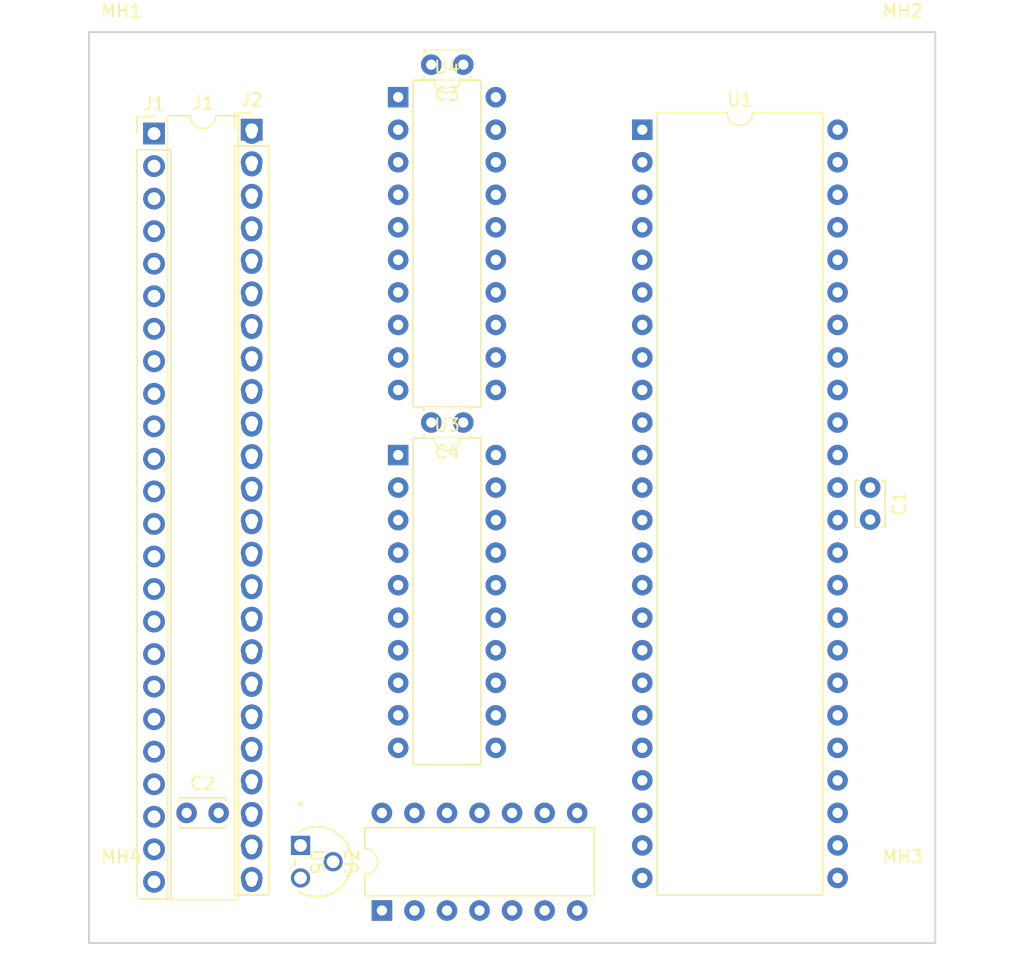
<source format=kicad_pcb>
(kicad_pcb (version 20221018) (generator pcbnew)
  (title_block (title "BionicMC68008") (company "Tadashi G. Takaoka"))
  (layers (0 "F.Cu" signal) (31 "B.Cu" signal) (34 "B.Paste" user) (35 "F.Paste" user) (36 "B.SilkS" user "B.Silkscreen") (37 "F.SilkS" user "F.Silkscreen") (38 "B.Mask" user) (39 "F.Mask" user) (44 "Edge.Cuts" user))
  (net 0 "")
  (net 1 "VCC")
  (net 2 "GND")
  (net 3 "/P46")
  (net 4 "/P34")
  (net 5 "/P35")
  (net 6 "/P36")
  (net 9 "/P33")
  (net 10 "/P32")
  (net 11 "/P31")
  (net 12 "/P30")
  (net 13 "/P55")
  (net 14 "/P37")
  (net 15 "/P54")
  (net 20 "Net-(U1-A8)")
  (net 21 "Net-(U1-A9)")
  (net 22 "Net-(U1-A10)")
  (net 23 "Net-(U1-A11)")
  (net 24 "Net-(U1-A12)")
  (net 25 "Net-(U1-A13)")
  (net 26 "Net-(U1-A14)")
  (net 27 "Net-(U1-A15)")
  (net 28 "Net-(U1-A16)")
  (net 29 "Net-(U1-A17)")
  (net 30 "Net-(U1-A18)")
  (net 31 "Net-(U1-A19)")
  (net 32 "Net-(U1-CLK)")
  (net 34 "/P50")
  (net 35 "/P53")
  (net 37 "/P51")
  (net 38 "/P52")
  (net 39 "Net-(U1-FC2)")
  (net 40 "/P47")
  (net 41 "Net-(U1-FC1)")
  (net 42 "Net-(U1-FC0)")
  (net 43 "/P20")
  (net 44 "/P21")
  (net 45 "/P22")
  (net 46 "/P23")
  (net 47 "/P24")
  (net 48 "/P25")
  (net 50 "/P26")
  (net 51 "/P17")
  (net 52 "/P27")
  (net 53 "/P16")
  (net 55 "/P15")
  (net 56 "/P40")
  (net 57 "/P14")
  (net 58 "/P41")
  (net 59 "/P13")
  (net 60 "/P42")
  (net 61 "/P12")
  (net 62 "/P43")
  (net 63 "/P11")
  (net 64 "/P44")
  (net 65 "/P10")
  (net 66 "/P45")
  (net 70 "Net-(J2-P57)")
  (footprint "MountingHole:MountingHole_3.2mm_M3" (layer "F.Cu") (at 101 70)
    (fp_text reference "MH1" (at 0 -4.2) (layer "F.SilkS"))
    (fp_text value "MountingHole_3.2mm_M3")
    (pad "" np_thru_hole circle (at 0 0) (size 3.2 3.2) (drill 3.2) (layers "*.Cu" "*.Mask"))
  )
  (footprint "MountingHole:MountingHole_3.2mm_M3" (layer "F.Cu") (at 161.96 70)
    (fp_text reference "MH2" (at 0 -4.2) (layer "F.SilkS"))
    (fp_text value "MountingHole_3.2mm_M3")
    (pad "" np_thru_hole circle (at 0 0) (size 3.2 3.2) (drill 3.2) (layers "*.Cu" "*.Mask"))
  )
  (footprint "MountingHole:MountingHole_3.2mm_M3" (layer "F.Cu") (at 161.96 136.04)
    (fp_text reference "MH3" (at 0 -4.2) (layer "F.SilkS"))
    (fp_text value "MountingHole_3.2mm_M3")
    (pad "" np_thru_hole circle (at 0 0) (size 3.2 3.2) (drill 3.2) (layers "*.Cu" "*.Mask"))
  )
  (footprint "MountingHole:MountingHole_3.2mm_M3" (layer "F.Cu") (at 101 136.04)
    (fp_text reference "MH4" (at 0 -4.2) (layer "F.SilkS"))
    (fp_text value "MountingHole_3.2mm_M3")
    (pad "" np_thru_hole circle (at 0 0) (size 3.2 3.2) (drill 3.2) (layers "*.Cu" "*.Mask"))
  )
  (footprint "Capacitor_THT:C_Disc_D3.4mm_W2.1mm_P2.50mm" (layer "F.Cu") (at 159.42 103.02 -90)
    (fp_text reference "C1" (at 1.25 -2.3 90) (layer "F.SilkS"))
    (fp_text value "0.1u")
    (fp_line (start -0.57 -1.17) (end -0.57 -0.925) (stroke (width 0.12)) (layer "F.SilkS"))
    (fp_line (start -0.57 -1.17) (end 3.07 -1.17) (stroke (width 0.12)) (layer "F.SilkS"))
    (fp_line (start -0.57 0.925) (end -0.57 1.17) (stroke (width 0.12)) (layer "F.SilkS"))
    (fp_line (start -0.57 1.17) (end 3.07 1.17) (stroke (width 0.12)) (layer "F.SilkS"))
    (fp_line (start 3.07 -1.17) (end 3.07 -0.925) (stroke (width 0.12)) (layer "F.SilkS"))
    (fp_line (start 3.07 0.925) (end 3.07 1.17) (stroke (width 0.12)) (layer "F.SilkS"))
    (pad "1" thru_hole circle (at 0 0 270) (size 1.6 1.6) (drill 0.8) (layers "*.Cu" "*.Mask") (net 1 "VCC"))
    (pad "2" thru_hole circle (at 2.5 0 270) (size 1.6 1.6) (drill 0.8) (layers "*.Cu" "*.Mask") (net 2 "GND"))
  )
  (footprint "Capacitor_THT:C_Disc_D3.4mm_W2.1mm_P2.50mm" (layer "F.Cu") (at 127.67 70 180)
    (fp_text reference "C3" (at 1.25 -2.3) (layer "F.SilkS"))
    (fp_text value "0.1u")
    (fp_line (start -0.57 -1.17) (end -0.57 -0.925) (stroke (width 0.12)) (layer "F.SilkS"))
    (fp_line (start -0.57 -1.17) (end 3.07 -1.17) (stroke (width 0.12)) (layer "F.SilkS"))
    (fp_line (start -0.57 0.925) (end -0.57 1.17) (stroke (width 0.12)) (layer "F.SilkS"))
    (fp_line (start -0.57 1.17) (end 3.07 1.17) (stroke (width 0.12)) (layer "F.SilkS"))
    (fp_line (start 3.07 -1.17) (end 3.07 -0.925) (stroke (width 0.12)) (layer "F.SilkS"))
    (fp_line (start 3.07 0.925) (end 3.07 1.17) (stroke (width 0.12)) (layer "F.SilkS"))
    (pad "1" thru_hole circle (at 0 0 180) (size 1.6 1.6) (drill 0.8) (layers "*.Cu" "*.Mask") (net 1 "VCC"))
    (pad "2" thru_hole circle (at 2.5 0 180) (size 1.6 1.6) (drill 0.8) (layers "*.Cu" "*.Mask") (net 2 "GND"))
  )
  (footprint "Package_DIP:DIP-14_W7.62mm" (layer "F.Cu") (at 121.32 136.04 90)
    (fp_text reference "U2" (at 3.81 -2.33 90) (layer "F.SilkS"))
    (fp_text value "74HCT126")
    (fp_line (start 1.16 -1.33) (end 1.16 16.57) (stroke (width 0.12)) (layer "F.SilkS"))
    (fp_line (start 1.16 16.57) (end 6.46 16.57) (stroke (width 0.12)) (layer "F.SilkS"))
    (fp_line (start 2.81 -1.33) (end 1.16 -1.33) (stroke (width 0.12)) (layer "F.SilkS"))
    (fp_line (start 6.46 -1.33) (end 4.81 -1.33) (stroke (width 0.12)) (layer "F.SilkS"))
    (fp_line (start 6.46 16.57) (end 6.46 -1.33) (stroke (width 0.12)) (layer "F.SilkS"))
    (fp_arc (start 4.81 -1.33) (mid 3.81 -0.33) (end 2.81 -1.33) (stroke (width 0.12)) (layer "F.SilkS"))
    (pad "1" thru_hole rect (at 0 0 90) (size 1.6 1.6) (drill 0.8) (layers "*.Cu" "*.Mask") (net 1 "VCC"))
    (pad "2" thru_hole oval (at 0 2.54 90) (size 1.6 1.6) (drill 0.8) (layers "*.Cu" "*.Mask") (net 3 "/P46"))
    (pad "3" thru_hole oval (at 0 5.08 90) (size 1.6 1.6) (drill 0.8) (layers "*.Cu" "*.Mask") (net 32 "Net-(U1-CLK)"))
    (pad "4" thru_hole oval (at 0 7.62 90) (size 1.6 1.6) (drill 0.8) (layers "*.Cu" "*.Mask") (net 2 "GND"))
    (pad "5" thru_hole oval (at 0 10.16 90) (size 1.6 1.6) (drill 0.8) (layers "*.Cu" "*.Mask") (net 2 "GND"))
    (pad "6" thru_hole oval (at 0 12.7 90) (size 1.6 1.6) (drill 0.8) (layers "*.Cu" "*.Mask"))
    (pad "7" thru_hole oval (at 0 15.24 90) (size 1.6 1.6) (drill 0.8) (layers "*.Cu" "*.Mask") (net 2 "GND"))
    (pad "8" thru_hole oval (at 7.62 15.24 90) (size 1.6 1.6) (drill 0.8) (layers "*.Cu" "*.Mask"))
    (pad "9" thru_hole oval (at 7.62 12.7 90) (size 1.6 1.6) (drill 0.8) (layers "*.Cu" "*.Mask") (net 2 "GND"))
    (pad "10" thru_hole oval (at 7.62 10.16 90) (size 1.6 1.6) (drill 0.8) (layers "*.Cu" "*.Mask") (net 2 "GND"))
    (pad "11" thru_hole oval (at 7.62 7.62 90) (size 1.6 1.6) (drill 0.8) (layers "*.Cu" "*.Mask"))
    (pad "12" thru_hole oval (at 7.62 5.08 90) (size 1.6 1.6) (drill 0.8) (layers "*.Cu" "*.Mask") (net 2 "GND"))
    (pad "13" thru_hole oval (at 7.62 2.54 90) (size 1.6 1.6) (drill 0.8) (layers "*.Cu" "*.Mask") (net 2 "GND"))
    (pad "14" thru_hole oval (at 7.62 0 90) (size 1.6 1.6) (drill 0.8) (layers "*.Cu" "*.Mask") (net 1 "VCC"))
  )
  (footprint "Package_DIP:DIP-20_W7.62mm" (layer "F.Cu") (at 122.59 72.54)
    (fp_text reference "U4" (at 3.81 -2.33) (layer "F.SilkS"))
    (fp_text value "74HCT541")
    (fp_line (start 1.16 -1.33) (end 1.16 24.19) (stroke (width 0.12)) (layer "F.SilkS"))
    (fp_line (start 1.16 24.19) (end 6.46 24.19) (stroke (width 0.12)) (layer "F.SilkS"))
    (fp_line (start 2.81 -1.33) (end 1.16 -1.33) (stroke (width 0.12)) (layer "F.SilkS"))
    (fp_line (start 6.46 -1.33) (end 4.81 -1.33) (stroke (width 0.12)) (layer "F.SilkS"))
    (fp_line (start 6.46 24.19) (end 6.46 -1.33) (stroke (width 0.12)) (layer "F.SilkS"))
    (fp_arc (start 4.81 -1.33) (mid 3.81 -0.33) (end 2.81 -1.33) (stroke (width 0.12)) (layer "F.SilkS"))
    (pad "1" thru_hole rect (at 0 0) (size 1.6 1.6) (drill 0.8) (layers "*.Cu" "*.Mask") (net 15 "/P54"))
    (pad "2" thru_hole oval (at 0 2.54) (size 1.6 1.6) (drill 0.8) (layers "*.Cu" "*.Mask") (net 20 "Net-(U1-A8)"))
    (pad "3" thru_hole oval (at 0 5.08) (size 1.6 1.6) (drill 0.8) (layers "*.Cu" "*.Mask") (net 21 "Net-(U1-A9)"))
    (pad "4" thru_hole oval (at 0 7.62) (size 1.6 1.6) (drill 0.8) (layers "*.Cu" "*.Mask") (net 22 "Net-(U1-A10)"))
    (pad "5" thru_hole oval (at 0 10.16) (size 1.6 1.6) (drill 0.8) (layers "*.Cu" "*.Mask") (net 23 "Net-(U1-A11)"))
    (pad "6" thru_hole oval (at 0 12.7) (size 1.6 1.6) (drill 0.8) (layers "*.Cu" "*.Mask") (net 24 "Net-(U1-A12)"))
    (pad "7" thru_hole oval (at 0 15.24) (size 1.6 1.6) (drill 0.8) (layers "*.Cu" "*.Mask") (net 25 "Net-(U1-A13)"))
    (pad "8" thru_hole oval (at 0 17.78) (size 1.6 1.6) (drill 0.8) (layers "*.Cu" "*.Mask") (net 26 "Net-(U1-A14)"))
    (pad "9" thru_hole oval (at 0 20.32) (size 1.6 1.6) (drill 0.8) (layers "*.Cu" "*.Mask") (net 27 "Net-(U1-A15)"))
    (pad "10" thru_hole oval (at 0 22.86) (size 1.6 1.6) (drill 0.8) (layers "*.Cu" "*.Mask") (net 2 "GND"))
    (pad "11" thru_hole oval (at 7.62 22.86) (size 1.6 1.6) (drill 0.8) (layers "*.Cu" "*.Mask") (net 14 "/P37"))
    (pad "12" thru_hole oval (at 7.62 20.32) (size 1.6 1.6) (drill 0.8) (layers "*.Cu" "*.Mask") (net 6 "/P36"))
    (pad "13" thru_hole oval (at 7.62 17.78) (size 1.6 1.6) (drill 0.8) (layers "*.Cu" "*.Mask") (net 5 "/P35"))
    (pad "14" thru_hole oval (at 7.62 15.24) (size 1.6 1.6) (drill 0.8) (layers "*.Cu" "*.Mask") (net 4 "/P34"))
    (pad "15" thru_hole oval (at 7.62 12.7) (size 1.6 1.6) (drill 0.8) (layers "*.Cu" "*.Mask") (net 9 "/P33"))
    (pad "16" thru_hole oval (at 7.62 10.16) (size 1.6 1.6) (drill 0.8) (layers "*.Cu" "*.Mask") (net 10 "/P32"))
    (pad "17" thru_hole oval (at 7.62 7.62) (size 1.6 1.6) (drill 0.8) (layers "*.Cu" "*.Mask") (net 11 "/P31"))
    (pad "18" thru_hole oval (at 7.62 5.08) (size 1.6 1.6) (drill 0.8) (layers "*.Cu" "*.Mask") (net 12 "/P30"))
    (pad "19" thru_hole oval (at 7.62 2.54) (size 1.6 1.6) (drill 0.8) (layers "*.Cu" "*.Mask") (net 15 "/P54"))
    (pad "20" thru_hole oval (at 7.62 0) (size 1.6 1.6) (drill 0.8) (layers "*.Cu" "*.Mask") (net 1 "VCC"))
  )
  (footprint "Package_DIP:DIP-20_W7.62mm" (layer "F.Cu") (at 122.59 100.48)
    (fp_text reference "U3" (at 3.81 -2.33) (layer "F.SilkS"))
    (fp_text value "74HCT541")
    (fp_line (start 1.16 -1.33) (end 1.16 24.19) (stroke (width 0.12)) (layer "F.SilkS"))
    (fp_line (start 1.16 24.19) (end 6.46 24.19) (stroke (width 0.12)) (layer "F.SilkS"))
    (fp_line (start 2.81 -1.33) (end 1.16 -1.33) (stroke (width 0.12)) (layer "F.SilkS"))
    (fp_line (start 6.46 -1.33) (end 4.81 -1.33) (stroke (width 0.12)) (layer "F.SilkS"))
    (fp_line (start 6.46 24.19) (end 6.46 -1.33) (stroke (width 0.12)) (layer "F.SilkS"))
    (fp_arc (start 4.81 -1.33) (mid 3.81 -0.33) (end 2.81 -1.33) (stroke (width 0.12)) (layer "F.SilkS"))
    (pad "1" thru_hole rect (at 0 0) (size 1.6 1.6) (drill 0.8) (layers "*.Cu" "*.Mask") (net 13 "/P55"))
    (pad "2" thru_hole oval (at 0 2.54) (size 1.6 1.6) (drill 0.8) (layers "*.Cu" "*.Mask") (net 28 "Net-(U1-A16)"))
    (pad "3" thru_hole oval (at 0 5.08) (size 1.6 1.6) (drill 0.8) (layers "*.Cu" "*.Mask") (net 29 "Net-(U1-A17)"))
    (pad "4" thru_hole oval (at 0 7.62) (size 1.6 1.6) (drill 0.8) (layers "*.Cu" "*.Mask") (net 30 "Net-(U1-A18)"))
    (pad "5" thru_hole oval (at 0 10.16) (size 1.6 1.6) (drill 0.8) (layers "*.Cu" "*.Mask") (net 31 "Net-(U1-A19)"))
    (pad "6" thru_hole oval (at 0 12.7) (size 1.6 1.6) (drill 0.8) (layers "*.Cu" "*.Mask") (net 42 "Net-(U1-FC0)"))
    (pad "7" thru_hole oval (at 0 15.24) (size 1.6 1.6) (drill 0.8) (layers "*.Cu" "*.Mask") (net 41 "Net-(U1-FC1)"))
    (pad "8" thru_hole oval (at 0 17.78) (size 1.6 1.6) (drill 0.8) (layers "*.Cu" "*.Mask") (net 39 "Net-(U1-FC2)"))
    (pad "9" thru_hole oval (at 0 20.32) (size 1.6 1.6) (drill 0.8) (layers "*.Cu" "*.Mask") (net 2 "GND"))
    (pad "10" thru_hole oval (at 0 22.86) (size 1.6 1.6) (drill 0.8) (layers "*.Cu" "*.Mask") (net 2 "GND"))
    (pad "11" thru_hole oval (at 7.62 22.86) (size 1.6 1.6) (drill 0.8) (layers "*.Cu" "*.Mask"))
    (pad "12" thru_hole oval (at 7.62 20.32) (size 1.6 1.6) (drill 0.8) (layers "*.Cu" "*.Mask") (net 6 "/P36"))
    (pad "13" thru_hole oval (at 7.62 17.78) (size 1.6 1.6) (drill 0.8) (layers "*.Cu" "*.Mask") (net 5 "/P35"))
    (pad "14" thru_hole oval (at 7.62 15.24) (size 1.6 1.6) (drill 0.8) (layers "*.Cu" "*.Mask") (net 4 "/P34"))
    (pad "15" thru_hole oval (at 7.62 12.7) (size 1.6 1.6) (drill 0.8) (layers "*.Cu" "*.Mask") (net 9 "/P33"))
    (pad "16" thru_hole oval (at 7.62 10.16) (size 1.6 1.6) (drill 0.8) (layers "*.Cu" "*.Mask") (net 10 "/P32"))
    (pad "17" thru_hole oval (at 7.62 7.62) (size 1.6 1.6) (drill 0.8) (layers "*.Cu" "*.Mask") (net 11 "/P31"))
    (pad "18" thru_hole oval (at 7.62 5.08) (size 1.6 1.6) (drill 0.8) (layers "*.Cu" "*.Mask") (net 12 "/P30"))
    (pad "19" thru_hole oval (at 7.62 2.54) (size 1.6 1.6) (drill 0.8) (layers "*.Cu" "*.Mask") (net 13 "/P55"))
    (pad "20" thru_hole oval (at 7.62 0) (size 1.6 1.6) (drill 0.8) (layers "*.Cu" "*.Mask") (net 1 "VCC"))
  )
  (footprint "Capacitor_THT:C_Disc_D3.4mm_W2.1mm_P2.50mm" (layer "F.Cu") (at 127.67 97.94 180)
    (fp_text reference "C4" (at 1.25 -2.3) (layer "F.SilkS"))
    (fp_text value "0.1u")
    (fp_line (start -0.57 -1.17) (end -0.57 -0.925) (stroke (width 0.12)) (layer "F.SilkS"))
    (fp_line (start -0.57 -1.17) (end 3.07 -1.17) (stroke (width 0.12)) (layer "F.SilkS"))
    (fp_line (start -0.57 0.925) (end -0.57 1.17) (stroke (width 0.12)) (layer "F.SilkS"))
    (fp_line (start -0.57 1.17) (end 3.07 1.17) (stroke (width 0.12)) (layer "F.SilkS"))
    (fp_line (start 3.07 -1.17) (end 3.07 -0.925) (stroke (width 0.12)) (layer "F.SilkS"))
    (fp_line (start 3.07 0.925) (end 3.07 1.17) (stroke (width 0.12)) (layer "F.SilkS"))
    (pad "1" thru_hole circle (at 0 0 180) (size 1.6 1.6) (drill 0.8) (layers "*.Cu" "*.Mask") (net 1 "VCC"))
    (pad "2" thru_hole circle (at 2.5 0 180) (size 1.6 1.6) (drill 0.8) (layers "*.Cu" "*.Mask") (net 2 "GND"))
  )
  (footprint "Capacitor_THT:C_Disc_D3.4mm_W2.1mm_P2.50mm" (layer "F.Cu") (at 106.08 128.42)
    (fp_text reference "C2" (at 1.25 -2.3) (layer "F.SilkS"))
    (fp_text value "0.1u")
    (fp_line (start -0.57 -1.17) (end -0.57 -0.925) (stroke (width 0.12)) (layer "F.SilkS"))
    (fp_line (start -0.57 -1.17) (end 3.07 -1.17) (stroke (width 0.12)) (layer "F.SilkS"))
    (fp_line (start -0.57 0.925) (end -0.57 1.17) (stroke (width 0.12)) (layer "F.SilkS"))
    (fp_line (start -0.57 1.17) (end 3.07 1.17) (stroke (width 0.12)) (layer "F.SilkS"))
    (fp_line (start 3.07 -1.17) (end 3.07 -0.925) (stroke (width 0.12)) (layer "F.SilkS"))
    (fp_line (start 3.07 0.925) (end 3.07 1.17) (stroke (width 0.12)) (layer "F.SilkS"))
    (pad "1" thru_hole circle (at 0 0) (size 1.6 1.6) (drill 0.8) (layers "*.Cu" "*.Mask") (net 1 "VCC"))
    (pad "2" thru_hole circle (at 2.5 0) (size 1.6 1.6) (drill 0.8) (layers "*.Cu" "*.Mask") (net 2 "GND"))
  )
  (footprint "0-LocalLibrary:DIP-48_W7.62mm" (layer "F.Cu") (at 103.54 75.38)
    (fp_text reference "J1" (at 3.81 -2.39) (layer "F.SilkS"))
    (fp_text value "BionicConnector")
    (fp_line (start 1.04 -1.39) (end 1.04 39.49) (stroke (width 0.12)) (layer "F.SilkS"))
    (fp_line (start 1.04 18.93) (end 1.04 59.81) (stroke (width 0.12)) (layer "F.SilkS"))
    (fp_line (start 1.04 59.81) (end 6.58 59.81) (stroke (width 0.12)) (layer "F.SilkS"))
    (fp_line (start 2.81 -1.39) (end 1.04 -1.39) (stroke (width 0.12)) (layer "F.SilkS"))
    (fp_line (start 6.58 -1.39) (end 4.81 -1.39) (stroke (width 0.12)) (layer "F.SilkS"))
    (fp_line (start 6.58 39.49) (end 6.58 -1.39) (stroke (width 0.12)) (layer "F.SilkS"))
    (fp_line (start 6.58 59.81) (end 6.58 18.93) (stroke (width 0.12)) (layer "F.SilkS"))
    (fp_arc (start 4.81 -1.39) (mid 3.81 -0.39) (end 2.81 -1.39) (stroke (width 0.12)) (layer "F.SilkS"))
    (pad "1" thru_hole rect (at 0 0) (size 1.6 1.6) (drill 0.8) (layers "*.Cu" "*.Mask") (net 2 "GND"))
    (pad "2" thru_hole oval (at 0 2.54) (size 1.6 1.6) (drill 0.8) (layers "*.Cu" "*.Mask") (net 65 "/P10"))
    (pad "3" thru_hole oval (at 0 5.08) (size 1.6 1.6) (drill 0.8) (layers "*.Cu" "*.Mask") (net 63 "/P11"))
    (pad "4" thru_hole oval (at 0 7.62) (size 1.6 1.6) (drill 0.8) (layers "*.Cu" "*.Mask") (net 61 "/P12"))
    (pad "5" thru_hole oval (at 0 10.16) (size 1.6 1.6) (drill 0.8) (layers "*.Cu" "*.Mask") (net 59 "/P13"))
    (pad "6" thru_hole oval (at 0 12.7) (size 1.6 1.6) (drill 0.8) (layers "*.Cu" "*.Mask") (net 57 "/P14"))
    (pad "7" thru_hole oval (at 0 15.24) (size 1.6 1.6) (drill 0.8) (layers "*.Cu" "*.Mask") (net 55 "/P15"))
    (pad "8" thru_hole oval (at 0 17.78) (size 1.6 1.6) (drill 0.8) (layers "*.Cu" "*.Mask") (net 53 "/P16"))
    (pad "9" thru_hole oval (at 0 20.32) (size 1.6 1.6) (drill 0.8) (layers "*.Cu" "*.Mask") (net 51 "/P17"))
    (pad "10" thru_hole oval (at 0 22.86) (size 1.6 1.6) (drill 0.8) (layers "*.Cu" "*.Mask"))
    (pad "11" thru_hole oval (at 0 25.4) (size 1.6 1.6) (drill 0.8) (layers "*.Cu" "*.Mask") (net 12 "/P30"))
    (pad "12" thru_hole oval (at 0 27.94) (size 1.6 1.6) (drill 0.8) (layers "*.Cu" "*.Mask") (net 11 "/P31"))
    (pad "13" thru_hole oval (at 0 30.48) (size 1.6 1.6) (drill 0.8) (layers "*.Cu" "*.Mask") (net 10 "/P32"))
    (pad "14" thru_hole oval (at 0 33.02) (size 1.6 1.6) (drill 0.8) (layers "*.Cu" "*.Mask") (net 9 "/P33"))
    (pad "15" thru_hole oval (at 0 35.56) (size 1.6 1.6) (drill 0.8) (layers "*.Cu" "*.Mask") (net 4 "/P34"))
    (pad "16" thru_hole oval (at 0 38.1) (size 1.6 1.6) (drill 0.8) (layers "*.Cu" "*.Mask") (net 5 "/P35"))
    (pad "17" thru_hole oval (at 0 40.64) (size 1.6 1.6) (drill 0.8) (layers "*.Cu" "*.Mask") (net 6 "/P36"))
    (pad "18" thru_hole oval (at 0 43.18) (size 1.6 1.6) (drill 0.8) (layers "*.Cu" "*.Mask") (net 14 "/P37"))
    (pad "19" thru_hole oval (at 0 45.72) (size 1.6 1.6) (drill 0.8) (layers "*.Cu" "*.Mask"))
    (pad "20" thru_hole oval (at 0 48.26) (size 1.6 1.6) (drill 0.8) (layers "*.Cu" "*.Mask") (net 34 "/P50"))
    (pad "21" thru_hole oval (at 0 50.8) (size 1.6 1.6) (drill 0.8) (layers "*.Cu" "*.Mask") (net 37 "/P51"))
    (pad "22" thru_hole oval (at 0 53.34) (size 1.6 1.6) (drill 0.8) (layers "*.Cu" "*.Mask") (net 38 "/P52"))
    (pad "23" thru_hole oval (at 0 55.88) (size 1.6 1.6) (drill 0.8) (layers "*.Cu" "*.Mask") (net 35 "/P53"))
    (pad "24" thru_hole oval (at 0 58.42) (size 1.6 1.6) (drill 0.8) (layers "*.Cu" "*.Mask") (net 1 "VCC"))
    (pad "25" thru_hole oval (at 7.62 58.42) (size 1.6 1.6) (drill 0.8) (layers "*.Cu" "*.Mask") (net 1 "VCC"))
    (pad "26" thru_hole oval (at 7.62 55.88) (size 1.6 1.6) (drill 0.8) (layers "*.Cu" "*.Mask"))
    (pad "27" thru_hole oval (at 7.62 53.34) (size 1.6 1.6) (drill 0.8) (layers "*.Cu" "*.Mask"))
    (pad "28" thru_hole oval (at 7.62 50.8) (size 1.6 1.6) (drill 0.8) (layers "*.Cu" "*.Mask") (net 13 "/P55"))
    (pad "29" thru_hole oval (at 7.62 48.26) (size 1.6 1.6) (drill 0.8) (layers "*.Cu" "*.Mask") (net 15 "/P54"))
    (pad "30" thru_hole oval (at 7.62 45.72) (size 1.6 1.6) (drill 0.8) (layers "*.Cu" "*.Mask"))
    (pad "31" thru_hole oval (at 7.62 43.18) (size 1.6 1.6) (drill 0.8) (layers "*.Cu" "*.Mask") (net 40 "/P47"))
    (pad "32" thru_hole oval (at 7.62 40.64) (size 1.6 1.6) (drill 0.8) (layers "*.Cu" "*.Mask") (net 3 "/P46"))
    (pad "33" thru_hole oval (at 7.62 38.1) (size 1.6 1.6) (drill 0.8) (layers "*.Cu" "*.Mask") (net 66 "/P45"))
    (pad "34" thru_hole oval (at 7.62 35.56) (size 1.6 1.6) (drill 0.8) (layers "*.Cu" "*.Mask") (net 64 "/P44"))
    (pad "35" thru_hole oval (at 7.62 33.02) (size 1.6 1.6) (drill 0.8) (layers "*.Cu" "*.Mask") (net 62 "/P43"))
    (pad "36" thru_hole oval (at 7.62 30.48) (size 1.6 1.6) (drill 0.8) (layers "*.Cu" "*.Mask") (net 60 "/P42"))
    (pad "37" thru_hole oval (at 7.62 27.94) (size 1.6 1.6) (drill 0.8) (layers "*.Cu" "*.Mask") (net 58 "/P41"))
    (pad "38" thru_hole oval (at 7.62 25.4) (size 1.6 1.6) (drill 0.8) (layers "*.Cu" "*.Mask") (net 56 "/P40"))
    (pad "39" thru_hole oval (at 7.62 22.86) (size 1.6 1.6) (drill 0.8) (layers "*.Cu" "*.Mask"))
    (pad "40" thru_hole oval (at 7.62 20.32) (size 1.6 1.6) (drill 0.8) (layers "*.Cu" "*.Mask") (net 52 "/P27"))
    (pad "41" thru_hole oval (at 7.62 17.78) (size 1.6 1.6) (drill 0.8) (layers "*.Cu" "*.Mask") (net 50 "/P26"))
    (pad "42" thru_hole oval (at 7.62 15.24) (size 1.6 1.6) (drill 0.8) (layers "*.Cu" "*.Mask") (net 48 "/P25"))
    (pad "43" thru_hole oval (at 7.62 12.7) (size 1.6 1.6) (drill 0.8) (layers "*.Cu" "*.Mask") (net 47 "/P24"))
    (pad "44" thru_hole oval (at 7.62 10.16) (size 1.6 1.6) (drill 0.8) (layers "*.Cu" "*.Mask") (net 46 "/P23"))
    (pad "45" thru_hole oval (at 7.62 7.62) (size 1.6 1.6) (drill 0.8) (layers "*.Cu" "*.Mask") (net 45 "/P22"))
    (pad "46" thru_hole oval (at 7.62 5.08) (size 1.6 1.6) (drill 0.8) (layers "*.Cu" "*.Mask") (net 44 "/P21"))
    (pad "47" thru_hole oval (at 7.62 2.54) (size 1.6 1.6) (drill 0.8) (layers "*.Cu" "*.Mask") (net 43 "/P20"))
    (pad "48" thru_hole oval (at 7.62 0) (size 1.6 1.6) (drill 0.8) (layers "*.Cu" "*.Mask") (net 2 "GND"))
  )
  (footprint "Package_DIP:DIP-48_W15.24mm" (layer "F.Cu") (at 141.64 75.08)
    (fp_text reference "U1" (at 7.62 -2.33) (layer "F.SilkS"))
    (fp_text value "MC68008P")
    (fp_line (start 1.16 -1.33) (end 1.16 59.75) (stroke (width 0.12)) (layer "F.SilkS"))
    (fp_line (start 1.16 59.75) (end 14.08 59.75) (stroke (width 0.12)) (layer "F.SilkS"))
    (fp_line (start 6.62 -1.33) (end 1.16 -1.33) (stroke (width 0.12)) (layer "F.SilkS"))
    (fp_line (start 14.08 -1.33) (end 8.62 -1.33) (stroke (width 0.12)) (layer "F.SilkS"))
    (fp_line (start 14.08 59.75) (end 14.08 -1.33) (stroke (width 0.12)) (layer "F.SilkS"))
    (fp_arc (start 8.62 -1.33) (mid 7.62 -0.33) (end 6.62 -1.33) (stroke (width 0.12)) (layer "F.SilkS"))
    (pad "1" thru_hole rect (at 0 0) (size 1.6 1.6) (drill 0.8) (layers "*.Cu" "*.Mask") (net 46 "/P23"))
    (pad "2" thru_hole oval (at 0 2.54) (size 1.6 1.6) (drill 0.8) (layers "*.Cu" "*.Mask") (net 47 "/P24"))
    (pad "3" thru_hole oval (at 0 5.08) (size 1.6 1.6) (drill 0.8) (layers "*.Cu" "*.Mask") (net 48 "/P25"))
    (pad "4" thru_hole oval (at 0 7.62) (size 1.6 1.6) (drill 0.8) (layers "*.Cu" "*.Mask") (net 50 "/P26"))
    (pad "5" thru_hole oval (at 0 10.16) (size 1.6 1.6) (drill 0.8) (layers "*.Cu" "*.Mask") (net 52 "/P27"))
    (pad "6" thru_hole oval (at 0 12.7) (size 1.6 1.6) (drill 0.8) (layers "*.Cu" "*.Mask") (net 20 "Net-(U1-A8)"))
    (pad "7" thru_hole oval (at 0 15.24) (size 1.6 1.6) (drill 0.8) (layers "*.Cu" "*.Mask") (net 21 "Net-(U1-A9)"))
    (pad "8" thru_hole oval (at 0 17.78) (size 1.6 1.6) (drill 0.8) (layers "*.Cu" "*.Mask") (net 22 "Net-(U1-A10)"))
    (pad "9" thru_hole oval (at 0 20.32) (size 1.6 1.6) (drill 0.8) (layers "*.Cu" "*.Mask") (net 23 "Net-(U1-A11)"))
    (pad "10" thru_hole oval (at 0 22.86) (size 1.6 1.6) (drill 0.8) (layers "*.Cu" "*.Mask") (net 24 "Net-(U1-A12)"))
    (pad "11" thru_hole oval (at 0 25.4) (size 1.6 1.6) (drill 0.8) (layers "*.Cu" "*.Mask") (net 25 "Net-(U1-A13)"))
    (pad "12" thru_hole oval (at 0 27.94) (size 1.6 1.6) (drill 0.8) (layers "*.Cu" "*.Mask") (net 26 "Net-(U1-A14)"))
    (pad "13" thru_hole oval (at 0 30.48) (size 1.6 1.6) (drill 0.8) (layers "*.Cu" "*.Mask") (net 1 "VCC"))
    (pad "14" thru_hole oval (at 0 33.02) (size 1.6 1.6) (drill 0.8) (layers "*.Cu" "*.Mask") (net 27 "Net-(U1-A15)"))
    (pad "15" thru_hole oval (at 0 35.56) (size 1.6 1.6) (drill 0.8) (layers "*.Cu" "*.Mask") (net 2 "GND"))
    (pad "16" thru_hole oval (at 0 38.1) (size 1.6 1.6) (drill 0.8) (layers "*.Cu" "*.Mask") (net 28 "Net-(U1-A16)"))
    (pad "17" thru_hole oval (at 0 40.64) (size 1.6 1.6) (drill 0.8) (layers "*.Cu" "*.Mask") (net 29 "Net-(U1-A17)"))
    (pad "18" thru_hole oval (at 0 43.18) (size 1.6 1.6) (drill 0.8) (layers "*.Cu" "*.Mask") (net 30 "Net-(U1-A18)"))
    (pad "19" thru_hole oval (at 0 45.72) (size 1.6 1.6) (drill 0.8) (layers "*.Cu" "*.Mask") (net 31 "Net-(U1-A19)"))
    (pad "20" thru_hole oval (at 0 48.26) (size 1.6 1.6) (drill 0.8) (layers "*.Cu" "*.Mask") (net 51 "/P17"))
    (pad "21" thru_hole oval (at 0 50.8) (size 1.6 1.6) (drill 0.8) (layers "*.Cu" "*.Mask") (net 53 "/P16"))
    (pad "22" thru_hole oval (at 0 53.34) (size 1.6 1.6) (drill 0.8) (layers "*.Cu" "*.Mask") (net 55 "/P15"))
    (pad "23" thru_hole oval (at 0 55.88) (size 1.6 1.6) (drill 0.8) (layers "*.Cu" "*.Mask") (net 57 "/P14"))
    (pad "24" thru_hole oval (at 0 58.42) (size 1.6 1.6) (drill 0.8) (layers "*.Cu" "*.Mask") (net 59 "/P13"))
    (pad "25" thru_hole oval (at 15.24 58.42) (size 1.6 1.6) (drill 0.8) (layers "*.Cu" "*.Mask") (net 61 "/P12"))
    (pad "26" thru_hole oval (at 15.24 55.88) (size 1.6 1.6) (drill 0.8) (layers "*.Cu" "*.Mask") (net 63 "/P11"))
    (pad "27" thru_hole oval (at 15.24 53.34) (size 1.6 1.6) (drill 0.8) (layers "*.Cu" "*.Mask") (net 65 "/P10"))
    (pad "28" thru_hole oval (at 15.24 50.8) (size 1.6 1.6) (drill 0.8) (layers "*.Cu" "*.Mask") (net 56 "/P40"))
    (pad "29" thru_hole oval (at 15.24 48.26) (size 1.6 1.6) (drill 0.8) (layers "*.Cu" "*.Mask") (net 34 "/P50"))
    (pad "30" thru_hole oval (at 15.24 45.72) (size 1.6 1.6) (drill 0.8) (layers "*.Cu" "*.Mask") (net 58 "/P41"))
    (pad "31" thru_hole oval (at 15.24 43.18) (size 1.6 1.6) (drill 0.8) (layers "*.Cu" "*.Mask") (net 38 "/P52"))
    (pad "32" thru_hole oval (at 15.24 40.64) (size 1.6 1.6) (drill 0.8) (layers "*.Cu" "*.Mask") (net 64 "/P44"))
    (pad "33" thru_hole oval (at 15.24 38.1) (size 1.6 1.6) (drill 0.8) (layers "*.Cu" "*.Mask") (net 40 "/P47"))
    (pad "34" thru_hole oval (at 15.24 35.56) (size 1.6 1.6) (drill 0.8) (layers "*.Cu" "*.Mask") (net 32 "Net-(U1-CLK)"))
    (pad "35" thru_hole oval (at 15.24 33.02) (size 1.6 1.6) (drill 0.8) (layers "*.Cu" "*.Mask") (net 2 "GND"))
    (pad "36" thru_hole oval (at 15.24 30.48) (size 1.6 1.6) (drill 0.8) (layers "*.Cu" "*.Mask") (net 37 "/P51"))
    (pad "37" thru_hole oval (at 15.24 27.94) (size 1.6 1.6) (drill 0.8) (layers "*.Cu" "*.Mask") (net 35 "/P53"))
    (pad "38" thru_hole oval (at 15.24 25.4) (size 1.6 1.6) (drill 0.8) (layers "*.Cu" "*.Mask"))
    (pad "39" thru_hole oval (at 15.24 22.86) (size 1.6 1.6) (drill 0.8) (layers "*.Cu" "*.Mask"))
    (pad "40" thru_hole oval (at 15.24 20.32) (size 1.6 1.6) (drill 0.8) (layers "*.Cu" "*.Mask") (net 66 "/P45"))
    (pad "41" thru_hole oval (at 15.24 17.78) (size 1.6 1.6) (drill 0.8) (layers "*.Cu" "*.Mask") (net 62 "/P43"))
    (pad "42" thru_hole oval (at 15.24 15.24) (size 1.6 1.6) (drill 0.8) (layers "*.Cu" "*.Mask") (net 60 "/P42"))
    (pad "43" thru_hole oval (at 15.24 12.7) (size 1.6 1.6) (drill 0.8) (layers "*.Cu" "*.Mask") (net 39 "Net-(U1-FC2)"))
    (pad "44" thru_hole oval (at 15.24 10.16) (size 1.6 1.6) (drill 0.8) (layers "*.Cu" "*.Mask") (net 41 "Net-(U1-FC1)"))
    (pad "45" thru_hole oval (at 15.24 7.62) (size 1.6 1.6) (drill 0.8) (layers "*.Cu" "*.Mask") (net 42 "Net-(U1-FC0)"))
    (pad "46" thru_hole oval (at 15.24 5.08) (size 1.6 1.6) (drill 0.8) (layers "*.Cu" "*.Mask") (net 43 "/P20"))
    (pad "47" thru_hole oval (at 15.24 2.54) (size 1.6 1.6) (drill 0.8) (layers "*.Cu" "*.Mask") (net 44 "/P21"))
    (pad "48" thru_hole oval (at 15.24 0) (size 1.6 1.6) (drill 0.8) (layers "*.Cu" "*.Mask") (net 45 "/P22"))
  )
  (footprint "connector:Bionic-P135_Vertical" (layer "F.Cu") (at 103.54 75.38)
    (fp_text reference "J1" (at 0 -2.33) (layer "F.SilkS"))
    (fp_text value "Bionic-P135")
    (fp_line (start -1.33 -1.33) (end 0 -1.33) (stroke (width 0.12)) (layer "F.SilkS"))
    (fp_line (start -1.33 0) (end -1.33 -1.33) (stroke (width 0.12)) (layer "F.SilkS"))
    (fp_line (start -1.33 1.27) (end -1.33 59.75) (stroke (width 0.12)) (layer "F.SilkS"))
    (fp_line (start -1.33 1.27) (end 1.33 1.27) (stroke (width 0.12)) (layer "F.SilkS"))
    (fp_line (start -1.33 59.75) (end 1.33 59.75) (stroke (width 0.12)) (layer "F.SilkS"))
    (fp_line (start 1.33 1.27) (end 1.33 59.75) (stroke (width 0.12)) (layer "F.SilkS"))
    (pad "1" thru_hole rect (at 0 0) (size 1.7 1.7) (drill 1) (layers "*.Cu" "*.Mask") (net 2 "GND"))
    (pad "2" thru_hole oval (at 0 2.54) (size 1.7 1.7) (drill 1) (layers "*.Cu" "*.Mask") (net 65 "/P10"))
    (pad "3" thru_hole oval (at 0 5.08) (size 1.7 1.7) (drill 1) (layers "*.Cu" "*.Mask") (net 63 "/P11"))
    (pad "4" thru_hole oval (at 0 7.62) (size 1.7 1.7) (drill 1) (layers "*.Cu" "*.Mask") (net 61 "/P12"))
    (pad "5" thru_hole oval (at 0 10.16) (size 1.7 1.7) (drill 1) (layers "*.Cu" "*.Mask") (net 59 "/P13"))
    (pad "6" thru_hole oval (at 0 12.7) (size 1.7 1.7) (drill 1) (layers "*.Cu" "*.Mask") (net 57 "/P14"))
    (pad "7" thru_hole oval (at 0 15.24) (size 1.7 1.7) (drill 1) (layers "*.Cu" "*.Mask") (net 55 "/P15"))
    (pad "8" thru_hole oval (at 0 17.78) (size 1.7 1.7) (drill 1) (layers "*.Cu" "*.Mask") (net 53 "/P16"))
    (pad "9" thru_hole oval (at 0 20.32) (size 1.7 1.7) (drill 1) (layers "*.Cu" "*.Mask") (net 51 "/P17"))
    (pad "10" thru_hole oval (at 0 22.86) (size 1.7 1.7) (drill 1) (layers "*.Cu" "*.Mask"))
    (pad "11" thru_hole oval (at 0 25.4) (size 1.7 1.7) (drill 1) (layers "*.Cu" "*.Mask") (net 12 "/P30"))
    (pad "12" thru_hole oval (at 0 27.94) (size 1.7 1.7) (drill 1) (layers "*.Cu" "*.Mask") (net 11 "/P31"))
    (pad "13" thru_hole oval (at 0 30.48) (size 1.7 1.7) (drill 1) (layers "*.Cu" "*.Mask") (net 10 "/P32"))
    (pad "14" thru_hole oval (at 0 33.02) (size 1.7 1.7) (drill 1) (layers "*.Cu" "*.Mask") (net 9 "/P33"))
    (pad "15" thru_hole oval (at 0 35.56) (size 1.7 1.7) (drill 1) (layers "*.Cu" "*.Mask") (net 4 "/P34"))
    (pad "16" thru_hole oval (at 0 38.1) (size 1.7 1.7) (drill 1) (layers "*.Cu" "*.Mask") (net 5 "/P35"))
    (pad "17" thru_hole oval (at 0 40.64) (size 1.7 1.7) (drill 1) (layers "*.Cu" "*.Mask") (net 6 "/P36"))
    (pad "18" thru_hole oval (at 0 43.18) (size 1.7 1.7) (drill 1) (layers "*.Cu" "*.Mask") (net 14 "/P37"))
    (pad "19" thru_hole oval (at 0 45.72) (size 1.7 1.7) (drill 1) (layers "*.Cu" "*.Mask"))
    (pad "20" thru_hole oval (at 0 48.26) (size 1.7 1.7) (drill 1) (layers "*.Cu" "*.Mask") (net 34 "/P50"))
    (pad "21" thru_hole oval (at 0 50.8) (size 1.7 1.7) (drill 1) (layers "*.Cu" "*.Mask") (net 37 "/P51"))
    (pad "22" thru_hole oval (at 0 53.34) (size 1.7 1.7) (drill 1) (layers "*.Cu" "*.Mask") (net 38 "/P52"))
    (pad "23" thru_hole oval (at 0 55.88) (size 1.7 1.7) (drill 1) (layers "*.Cu" "*.Mask") (net 35 "/P53"))
    (pad "24" thru_hole oval (at 0 58.42) (size 1.7 1.7) (drill 1) (layers "*.Cu" "*.Mask") (net 1 "VCC"))
  )
  (footprint "microchip:TO-92_MC_MCH" (layer "F.Cu") (at 114.97 130.96 -90)
    (fp_text reference "U5" (at 1.27 -1.27 -90 unlocked) (layer "F.SilkS"))
    (fp_text value "11AA010-I/TO")
    (fp_line (start 1.08204 0.4445) (end 1.553476 0.4445) (stroke (width 0.1524)) (layer "F.SilkS"))
    (fp_arc (start -1.08204 0.116917) (mid 0.551186 -3.904186) (end 4.0005 -1.27) (stroke (width 0.1524)) (layer "F.SilkS"))
    (fp_arc (start 4.0005 -1.269999) (mid 3.90215 -0.543764) (end 3.614184 0.130155) (stroke (width 0.1524)) (layer "F.SilkS"))
    (fp_circle (center -3.2385 0) (end -3.1115 0) (stroke (width 0.1524)) (fill none) (layer "F.SilkS"))
    (pad "1" thru_hole rect (at 0 0 270) (size 1.4986 1.4986) (drill 0.9906) (layers "*.Cu" "*.Mask") (net 2 "GND"))
    (pad "2" thru_hole circle (at 1.27 -2.54 270) (size 1.4986 1.4986) (drill 0.9906) (layers "*.Cu" "*.Mask") (net 70 "Net-(J2-P57)"))
    (pad "3" thru_hole circle (at 2.54 0 270) (size 1.4986 1.4986) (drill 0.9906) (layers "*.Cu" "*.Mask") (net 1 "VCC"))
  )
  (footprint "connector:Bionic-P245_Vertical" (layer "F.Cu") (at 111.16 75.08)
    (fp_text reference "J2" (at 0 -2.33) (layer "F.SilkS"))
    (fp_text value "Bionic-P245")
    (fp_line (start -1.33 -1.33) (end 0 -1.33) (stroke (width 0.12)) (layer "F.SilkS"))
    (fp_line (start -1.33 0) (end -1.33 -1.33) (stroke (width 0.12)) (layer "F.SilkS"))
    (fp_line (start -1.33 1.27) (end -1.33 59.75) (stroke (width 0.12)) (layer "F.SilkS"))
    (fp_line (start -1.33 1.27) (end 1.33 1.27) (stroke (width 0.12)) (layer "F.SilkS"))
    (fp_line (start -1.33 59.75) (end 1.33 59.75) (stroke (width 0.12)) (layer "F.SilkS"))
    (fp_line (start 1.33 1.27) (end 1.33 59.75) (stroke (width 0.12)) (layer "F.SilkS"))
    (pad "25" thru_hole oval (at 0 58.42) (size 1.7 1.7) (drill 1) (layers "*.Cu" "*.Mask") (net 1 "VCC"))
    (pad "26" thru_hole oval (at 0 55.88) (size 1.7 1.7) (drill 1) (layers "*.Cu" "*.Mask") (net 70 "Net-(J2-P57)"))
    (pad "27" thru_hole oval (at 0 53.34) (size 1.7 1.7) (drill 1) (layers "*.Cu" "*.Mask"))
    (pad "28" thru_hole oval (at 0 50.8) (size 1.7 1.7) (drill 1) (layers "*.Cu" "*.Mask") (net 13 "/P55"))
    (pad "29" thru_hole oval (at 0 48.26) (size 1.7 1.7) (drill 1) (layers "*.Cu" "*.Mask") (net 15 "/P54"))
    (pad "30" thru_hole oval (at 0 45.72) (size 1.7 1.7) (drill 1) (layers "*.Cu" "*.Mask"))
    (pad "31" thru_hole oval (at 0 43.18) (size 1.7 1.7) (drill 1) (layers "*.Cu" "*.Mask") (net 40 "/P47"))
    (pad "32" thru_hole oval (at 0 40.64) (size 1.7 1.7) (drill 1) (layers "*.Cu" "*.Mask") (net 3 "/P46"))
    (pad "33" thru_hole oval (at 0 38.1) (size 1.7 1.7) (drill 1) (layers "*.Cu" "*.Mask") (net 66 "/P45"))
    (pad "34" thru_hole oval (at 0 35.56) (size 1.7 1.7) (drill 1) (layers "*.Cu" "*.Mask") (net 64 "/P44"))
    (pad "35" thru_hole oval (at 0 33.02) (size 1.7 1.7) (drill 1) (layers "*.Cu" "*.Mask") (net 62 "/P43"))
    (pad "36" thru_hole oval (at 0 30.48) (size 1.7 1.7) (drill 1) (layers "*.Cu" "*.Mask") (net 60 "/P42"))
    (pad "37" thru_hole oval (at 0 27.94) (size 1.7 1.7) (drill 1) (layers "*.Cu" "*.Mask") (net 58 "/P41"))
    (pad "38" thru_hole oval (at 0 25.4) (size 1.7 1.7) (drill 1) (layers "*.Cu" "*.Mask") (net 56 "/P40"))
    (pad "39" thru_hole oval (at 0 22.86) (size 1.7 1.7) (drill 1) (layers "*.Cu" "*.Mask"))
    (pad "40" thru_hole oval (at 0 20.32) (size 1.7 1.7) (drill 1) (layers "*.Cu" "*.Mask") (net 52 "/P27"))
    (pad "41" thru_hole oval (at 0 17.78) (size 1.7 1.7) (drill 1) (layers "*.Cu" "*.Mask") (net 50 "/P26"))
    (pad "42" thru_hole oval (at 0 15.24) (size 1.7 1.7) (drill 1) (layers "*.Cu" "*.Mask") (net 48 "/P25"))
    (pad "43" thru_hole oval (at 0 12.7) (size 1.7 1.7) (drill 1) (layers "*.Cu" "*.Mask") (net 47 "/P24"))
    (pad "44" thru_hole oval (at 0 10.16) (size 1.7 1.7) (drill 1) (layers "*.Cu" "*.Mask") (net 46 "/P23"))
    (pad "45" thru_hole oval (at 0 7.62) (size 1.7 1.7) (drill 1) (layers "*.Cu" "*.Mask") (net 45 "/P22"))
    (pad "46" thru_hole oval (at 0 5.08) (size 1.7 1.7) (drill 1) (layers "*.Cu" "*.Mask") (net 44 "/P21"))
    (pad "47" thru_hole oval (at 0 2.54) (size 1.7 1.7) (drill 1) (layers "*.Cu" "*.Mask") (net 43 "/P20"))
    (pad "48" thru_hole rect (at 0 0) (size 1.7 1.7) (drill 1) (layers "*.Cu" "*.Mask") (net 2 "GND"))
  )
  (gr_line (start 98.46 138.58) (end 98.46 67.46) (stroke (width 0.15)) (layer "Edge.Cuts"))
  (gr_line (start 164.5 67.46) (end 164.5 138.58) (stroke (width 0.15)) (layer "Edge.Cuts"))
  (gr_line (start 98.46 67.46) (end 164.5 67.46) (stroke (width 0.15)) (layer "Edge.Cuts"))
  (gr_line (start 164.5 138.58) (end 98.46 138.58) (stroke (width 0.15)) (layer "Edge.Cuts"))
)
</source>
